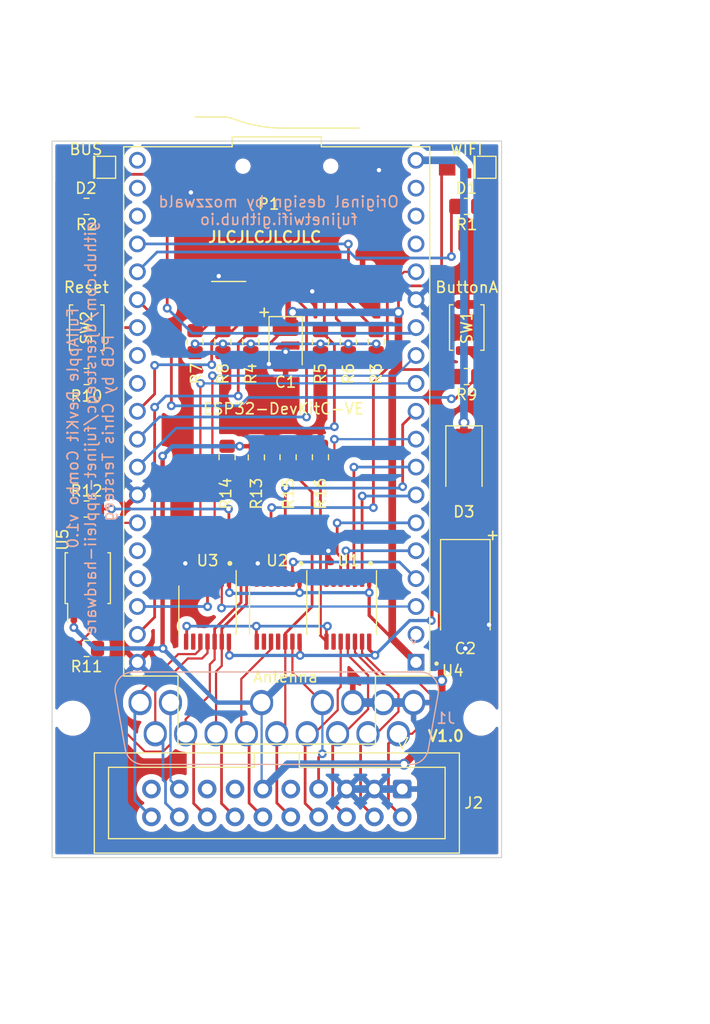
<source format=kicad_pcb>
(kicad_pcb (version 20221018) (generator pcbnew)
  (title_block (title "FujiApple DevKit Combo") (date "2024-02-08") (rev "1.0") (company "Chris Tersteeg"))
  (layers (0 "F.Cu" signal) (31 "B.Cu" signal) (34 "B.Paste" user) (35 "F.Paste" user) (36 "B.SilkS" user "B.Silkscreen") (37 "F.SilkS" user "F.Silkscreen") (38 "B.Mask" user) (39 "F.Mask" user) (44 "Edge.Cuts" user))
  (net 0 "")
  (net 1 "Net-(D1-K)")
  (net 2 "GND")
  (net 3 "Net-(D2-K)")
  (net 4 "Net-(P1-DAT2)")
  (net 5 "+5V")
  (net 6 "/IO5{slash}SPI_CS")
  (net 7 "/IO23{slash}SPI_MOSI")
  (net 8 "/IO12{slash}BUS_LED")
  (net 9 "/IO18{slash}SPI_CLK")
  (net 10 "/IO19{slash}SPI_MISO")
  (net 11 "+3.3V")
  (net 12 "Net-(P1-DAT1)")
  (net 13 "/A2_EN3.5")
  (net 14 "/DRIVE2")
  (net 15 "/A2_WPROT")
  (net 16 "/A2_PH0")
  (net 17 "/IO0")
  (net 18 "/A2_PH1")
  (net 19 "/A2_PH2")
  (net 20 "/A2_PH3")
  (net 21 "/A2_WREQ")
  (net 23 "/A2_HDSEL")
  (net 25 "/A2_DRIVE1")
  (net 33 "/A2_RD_DATA")
  (net 34 "/A2_WR_DATA")
  (net 35 "/IO15{slash}CD")
  (net 36 "/IO2{slash}WIFI_LED")
  (net 37 "/IO4{slash}SAFE_RESET")
  (net 38 "/IO21{slash}DRV2")
  (net 39 "/IO25{slash}BUF_EN")
  (net 40 "/IO32{slash}PH0{slash}REQ")
  (net 41 "/IO33{slash}PH1")
  (net 42 "/IO34{slash}PH2")
  (net 43 "/IO35{slash}PH3")
  (net 52 "/IO39{slash}EN3.5")
  (net 55 "/IO26{slash}WREQ")
  (net 56 "/IO13{slash}HDSEL")
  (net 57 "/IO36{slash}DRIVE1")
  (net 58 "/IO14{slash}RDDATA")
  (net 59 "/IO22{slash}WRDATA")
  (net 60 "/IO27{slash}WRPROT{slash}ACK")
  (net 61 "Net-(R11-Pad2)")
  (net 62 "/A2_5V")
  (footprint "Resistor_SMD:R_0805_2012Metric_Pad1.20x1.40mm_HandSolder" (layer "F.Cu") (at 137.43 109.22)
    (fp_text reference "R12")
    (fp_text value "10K")
  )
  (footprint "Diode_SMD:D_SMA" (layer "F.Cu") (at 171.831 105.156 -90)
    (fp_text reference "D3")
    (fp_text value "B140-E3")
  )
  (footprint "Capacitor_Tantalum_SMD:CP_EIA-3528-15_AVX-H_Pad1.50x2.35mm_HandSolder" (layer "F.Cu") (at 155.575 94.335 -90)
    (fp_text reference "C1")
    (fp_text value "47uF 10v")
  )
  (footprint "Resistor_SMD:R_0805_2012Metric_Pad1.20x1.40mm_HandSolder" (layer "F.Cu") (at 152.4 93.98 -90)
    (fp_text reference "R4")
    (fp_text value "10K")
  )
  (footprint "Resistor_SMD:R_0805_2012Metric_Pad1.20x1.40mm_HandSolder" (layer "F.Cu") (at 137.43 81.661 180)
    (fp_text reference "R2")
    (fp_text value "1K")
  )
  (footprint "Package_SO:TSSOP-14_4.4x5mm_P0.65mm" (layer "F.Cu") (at 148.455001 118.435001 -90)
    (fp_text reference "U3")
    (fp_text value "LSF0204PWR")
  )
  (footprint "Resistor_SMD:R_0805_2012Metric_Pad1.20x1.40mm_HandSolder" (layer "F.Cu") (at 137.43 121.92 180)
    (fp_text reference "R11")
    (fp_text value "270R")
  )
  (footprint "Package_SO:TSSOP-14_4.4x5mm_P0.65mm" (layer "F.Cu") (at 154.895001 118.435001 -90)
    (fp_text reference "U2")
    (fp_text value "LSF0204PWR")
  )
  (footprint "Resistor_SMD:R_0805_2012Metric_Pad1.20x1.40mm_HandSolder" (layer "F.Cu") (at 147.32 93.98 -90)
    (fp_text reference "R7")
    (fp_text value "10K")
  )
  (footprint "Resistor_SMD:R_0805_2012Metric_Pad1.20x1.40mm_HandSolder" (layer "F.Cu") (at 172.085 97.155 180)
    (fp_text reference "R9")
    (fp_text value "10K")
  )
  (footprint "Resistor_SMD:R_0805_2012Metric_Pad1.20x1.40mm_HandSolder" (layer "F.Cu") (at 158.75 93.98 -90)
    (fp_text reference "R5")
    (fp_text value "10K")
  )
  (footprint "Resistor_SMD:R_0805_2012Metric_Pad1.20x1.40mm_HandSolder" (layer "F.Cu") (at 137.43 97.155)
    (fp_text reference "R10")
    (fp_text value "10K")
  )
  (footprint "Resistor_SMD:R_0805_2012Metric_Pad1.20x1.40mm_HandSolder" (layer "F.Cu") (at 155.8 104.505 90)
    (fp_text reference "R15")
    (fp_text value "1K")
  )
  (footprint "Resistor_SMD:R_0805_2012Metric_Pad1.20x1.40mm_HandSolder" (layer "F.Cu") (at 149.86 93.98 -90)
    (fp_text reference "R8")
    (fp_text value "10K")
  )
  (footprint "Connector_IDC:IDC-Header_2x10_P2.54mm_Vertical" (layer "F.Cu") (at 166.203 134.7216 -90)
    (fp_text reference "J2")
    (fp_text value "Conn_02x10_Odd_Even")
  )
  (footprint "ESP32-DEVKITC-32U:MODULE_ESP32-DEVKITC-32U" (layer "F.Cu") (at 154.7622 100.33 180)
    (fp_text reference "U4")
    (fp_text value "ESP32-DevKitC-VE")
  )
  (footprint "Package_SO:TSSOP-14_4.4x5mm_P0.65mm" (layer "F.Cu") (at 161.245001 118.435001 -90)
    (fp_text reference "U1")
    (fp_text value "LSF0204PWR")
  )
  (footprint "Resistor_SMD:R_0805_2012Metric_Pad1.20x1.40mm_HandSolder" (layer "F.Cu") (at 158.75 104.505 90)
    (fp_text reference "R16")
    (fp_text value "10K")
  )
  (footprint "Capacitor_Tantalum_SMD:CP_EIA-7343-30_AVX-N_Pad2.25x2.55mm_HandSolder" (layer "F.Cu") (at 171.958 116.586 -90)
    (fp_text reference "C2")
    (fp_text value "220uF 10v")
  )
  (footprint "Resistor_SMD:R_0805_2012Metric_Pad1.20x1.40mm_HandSolder" (layer "F.Cu") (at 152.908 104.521 90)
    (fp_text reference "R13")
    (fp_text value "1K")
  )
  (footprint "Button_Switch_SMD:SW_Push_SPST_NO_Alps_SKRK" (layer "F.Cu") (at 137.4454 92.71 90)
    (fp_text reference "SW2")
    (fp_text value "Reset")
  )
  (footprint "Resistor_SMD:R_0805_2012Metric_Pad1.20x1.40mm_HandSolder" (layer "F.Cu") (at 161.29 93.98 -90)
    (fp_text reference "R6")
    (fp_text value "10K")
  )
  (footprint "Resistor_SMD:R_0805_2012Metric_Pad1.20x1.40mm_HandSolder" (layer "F.Cu") (at 172.085 81.661 180)
    (fp_text reference "R1")
    (fp_text value "1K")
  )
  (footprint "Resistor_SMD:R_0805_2012Metric_Pad1.20x1.40mm_HandSolder" (layer "F.Cu") (at 163.83 93.98 -90)
    (fp_text reference "R3")
    (fp_text value "10K")
  )
  (footprint "Button_Switch_SMD:SW_Push_SPST_NO_Alps_SKRK" (layer "F.Cu") (at 172.085 92.6906 90)
    (fp_text reference "SW1")
    (fp_text value "ButtonA")
  )
  (footprint "Package_SO:SO-4_4.4x3.9mm_P2.54mm" (layer "F.Cu") (at 137.541 115.518 90)
    (fp_text reference "U5")
    (fp_text value "SFH690AT")
  )
  (footprint "Tersteeg:1204 Side Emitting LED" (layer "F.Cu") (at 172.05 78.1)
    (fp_text reference "D1")
    (fp_text value "WIFI")
  )
  (footprint "ST-TF-003A:SUNTECH_ST-TF-003A" (layer "F.Cu") (at 156.0068 83.17 180)
    (fp_text reference "P1")
    (fp_text value "ST-TF-003A")
  )
  (footprint "Resistor_SMD:R_0805_2012Metric_Pad1.20x1.40mm_HandSolder" (layer "F.Cu") (at 150.241 104.505 90)
    (fp_text reference "R14")
    (fp_text value "1K")
  )
  (footprint "Tersteeg:1204 Side Emitting LED" (layer "F.Cu") (at 137.379 78.1)
    (fp_text reference "D2")
    (fp_text value "BUS")
  )
  (footprint "Tersteeg:DSUB-19_Male_Vertical_P2.77x2.84mm_Narrow_MountingHoles_Full_Pins" (layer "B.Cu") (at 167.238 126.85 180)
    (fp_text reference "J1")
    (fp_text value "DB19_Plug")
  )
  (gr_circle (center 163.322 114.173) (end 163.472 114.173) (stroke (width 0.15)) (fill solid) (layer "F.SilkS"))
  (gr_circle (center 156.972 114.173) (end 157.122 114.173) (stroke (width 0.15)) (fill solid) (layer "F.SilkS"))
  (gr_circle (center 150.495 114.173) (end 150.645 114.173) (stroke (width 0.15)) (fill solid) (layer "F.SilkS"))
  (gr_rect (start 134.286 75.7102) (end 175.26 140.97) (stroke (width 0.1)) (fill none) (layer "Edge.Cuts"))
  (gr_text "FujiApple DevKit Combo v1.0\ngithub.com/djtersteegc/fujinet-appleii-hardware\nPCB by Chris Tersteeg" (at 137.795 101.854 90) (layer "B.SilkS") (effects (font (size 1 1)) (justify mirror)))
  (gr_text "Original design by mozzwald\nfujinetwifi.github.io" (at 154.94 83.439) (layer "B.SilkS") (effects (font (size 1 1)) (justify bottom mirror)))
  (gr_text "+" (at 152.908 91.821) (layer "F.SilkS") (effects (font (size 1 1)) (justify left bottom)))
  (gr_text "JLCJLCJLCJLC" (at 153.67 84.455) (layer "F.SilkS") (effects (font (size 1 1) (thickness 0.2))))
  (gr_text "+" (at 173.736 112.141) (layer "F.SilkS") (effects (font (size 1 1)) (justify left bottom)))
  (gr_text "Antenna" (at 152.527 125.095) (layer "F.SilkS") (effects (font (size 1 1)) (justify left bottom)))
  (gr_text "V1.0" (at 170.18 129.8956) (layer "F.SilkS") (effects (font (size 1 1) (thickness 0.2))))
  (segment (start 173.085 81.661) (end 173.835 80.911) (width 0.25) (layer "F.Cu") (net 1))
  (segment (start 173.835 80.911) (end 173.835 78.135) (width 0.25) (layer "F.Cu") (net 1))
  (segment (start 159.295002 113.209498) (end 159.4745 113.03) (width 0.25) (layer "F.Cu") (net 2))
  (segment (start 152.945002 114.262998) (end 153.035 114.173) (width 0.25) (layer "F.Cu") (net 2))
  (segment (start 155.575 94.904) (end 155.575 95.96) (width 0.5) (layer "F.Cu") (net 2))
  (segment (start 146.505002 115.585002) (end 146.505002 114.247002) (width 0.25) (layer "F.Cu") (net 2))
  (segment (start 152.945002 115.585002) (end 152.945002 114.262998) (width 0.25) (layer "F.Cu") (net 2))
  (segment (start 146.505002 114.247002) (end 146.431 114.173) (width 0.25) (layer "F.Cu") (net 2))
  (segment (start 159.295002 115.585002) (end 159.295002 113.209498) (width 0.25) (layer "F.Cu") (net 2))
  (segment (start 154.051 96.012) (end 155.523 96.012) (width 0.5) (layer "F.Cu") (net 2))
  (segment (start 158.003 89.4) (end 158.003 88.7162) (width 0.5) (layer "F.Cu") (net 2))
  (via (at 153.035 114.173) (size 0.8) (drill 0.4) (layers "F.Cu" "B.Cu") (net 2))
  (via (at 164.084 78.359) (size 0.8) (drill 0.4) (layers "F.Cu" "B.Cu") (net 2))
  (via (at 159.4745 113.03) (size 0.8) (drill 0.4) (layers "F.Cu" "B.Cu") (net 2))
  (via (at 158.003 89.4) (size 0.8) (drill 0.4) (layers "F.Cu" "B.Cu") (net 2))
  (via (at 171.958 121.92) (size 0.8) (drill 0.4) (layers "F.Cu" "B.Cu") (net 2))
  (via (at 174.117 119.761) (size 0.8) (drill 0.4) (layers "F.Cu" "B.Cu") (net 2))
  (via (at 146.431 114.173) (size 0.8) (drill 0.4) (layers "F.Cu" "B.Cu") (net 2))
  (via (at 149.479 88.011) (size 0.8) (drill 0.4) (layers "F.Cu" "B.Cu") (net 2))
  (via (at 146.939 80.391) (size 0.8) (drill 0.4) (layers "F.Cu" "B.Cu") (net 2))
  (via (at 154.051 96.012) (size 0.8) (drill 0.4) (layers "F.Cu" "B.Cu") (net 2))
  (via (at 155.575 94.904) (size 0.8) (drill 0.4) (layers "F.Cu" "B.Cu") (net 2))
  (segment (start 161.123 134.7216) (end 166.203 134.7216) (width 0.7) (layer "B.Cu") (net 2))
  (segment (start 161.698 126.85) (end 167.238 126.85) (width 0.8) (layer "B.Cu") (net 2))
  (segment (start 139.164 80.927) (end 139.164 77.731502) (width 0.25) (layer "F.Cu") (net 3))
  (segment (start 138.43 81.661) (end 139.164 80.927) (width 0.25) (layer "F.Cu") (net 3))
  (segment (start 147.32 92.98) (end 147.939 92.98) (width 0.25) (layer "F.Cu") (net 4))
  (segment (start 152.219 88.7) (end 152.4868 88.7) (width 0.25) (layer "F.Cu") (net 4))
  (segment (start 147.939 92.98) (end 152.219 88.7) (width 0.25) (layer "F.Cu") (net 4))
  (segment (start 168.91 115.14434) (end 169.799 114.25534) (width 0.3) (layer "F.Cu") (net 5))
  (segment (start 171.831 101.346) (end 171.831 103.156) (width 0.7) (layer "F.Cu") (net 5))
  (segment (start 156.894501 122.555) (end 156.894501 121.334499) (width 0.3) (layer "F.Cu") (net 5))
  (segment (start 150.405002 122.505501) (end 150.454501 122.555) (width 0.3) (layer "F.Cu") (net 5))
  (segment (start 150.405002 121.285) (end 150.405002 122.505501) (width 0.3) (layer "F.Cu") (net 5))
  (segment (start 168.8495 119.38) (end 168.91 119.3195) (width 0.3) (layer "F.Cu") (net 5))
  (segment (start 163.195002 122.012884) (end 163.195002 121.285) (width 0.3) (layer "F.Cu") (net 5))
  (segment (start 163.720059 122.537941) (end 163.195002 122.012884) (width 0.3) (layer "F.Cu") (net 5))
  (segment (start 169.799 114.25534) (end 169.799 105.188) (width 0.3) (layer "F.Cu") (net 5))
  (segment (start 168.91 119.3195) (end 168.91 115.14434) (width 0.3) (layer "F.Cu") (net 5))
  (segment (start 169.799 105.188) (end 171.831 103.156) (width 0.3) (layer "F.Cu") (net 5))
  (via (at 163.720059 122.537941) (size 0.8) (drill 0.4) (layers "F.Cu" "B.Cu") (net 5))
  (via (at 171.831 101.346) (size 1) (drill 0.6) (layers "F.Cu" "B.Cu") (net 5))
  (via (at 150.454501 122.555) (size 0.8) (drill 0.4) (layers "F.Cu" "B.Cu") (net 5))
  (via (at 156.894501 122.555) (size 0.8) (drill 0.4) (layers "F.Cu" "B.Cu") (net 5))
  (via (at 168.8495 119.38) (size 0.8) (drill 0.4) (layers "F.Cu" "B.Cu") (net 5))
  (segment (start 171.831 78.105) (end 171.831 101.346) (width 0.7) (layer "B.Cu") (net 5))
  (segment (start 167.4622 77.46) (end 171.186 77.46) (width 0.7) (layer "B.Cu") (net 5))
  (segment (start 150.454501 122.555) (end 156.894501 122.555) (width 0.3) (layer "B.Cu") (net 5))
  (segment (start 156.894501 122.555) (end 163.703 122.555) (width 0.3) (layer "B.Cu") (net 5))
  (segment (start 171.186 77.46) (end 171.831 78.105) (width 0.7) (layer "B.Cu") (net 5))
  (segment (start 166.878 119.38) (end 163.720059 122.537941) (width 0.3) (layer "B.Cu") (net 5))
  (segment (start 163.703 122.555) (end 163.720059 122.537941) (width 0.3) (layer "B.Cu") (net 5))
  (segment (start 168.8495 119.38) (end 166.878 119.38) (width 0.3) (layer "B.Cu") (net 5))
  (segment (start 148.835 94.005) (end 148.835 96.077105) (width 0.25) (layer "F.Cu") (net 6))
  (segment (start 143.637 96.139) (end 143.637 98.7452) (width 0.25) (layer "F.Cu") (net 6))
  (segment (start 143.637 98.7452) (end 142.0622 100.32) (width 0.25) (layer "F.Cu") (net 6))
  (segment (start 148.835 96.077105) (end 148.840655 96.08276) (width 0.25) (layer "F.Cu") (net 6))
  (segment (start 153.5868 90.1162) (end 153.5868 88.7) (width 0.25) (layer "F.Cu") (net 6))
  (segment (start 149.86 92.98) (end 148.835 94.005) (width 0.25) (layer "F.Cu") (net 6))
  (segment (start 150.723 92.98) (end 153.5868 90.1162) (width 0.25) (layer "F.Cu") (net 6))
  (segment (start 149.86 92.98) (end 150.723 92.98) (width 0.25) (layer "F.Cu") (net 6))
  (via (at 143.637 96.139) (size 0.8) (drill 0.4) (layers "F.Cu" "B.Cu") (net 6))
  (via (at 148.840655 96.08276) (size 0.8) (drill 0.4) (layers "F.Cu" "B.Cu") (net 6))
  (segment (start 148.840655 96.08276) (end 143.69324 96.08276) (width 0.25) (layer "B.Cu") (net 6))
  (segment (start 143.69324 96.08276) (end 143.637 96.139) (width 0.25) (layer "B.Cu") (net 6))
  (segment (start 154.6868 90.6932) (end 154.6868 88.7) (width 0.25) (layer "F.Cu") (net 7))
  (segment (start 152.4 92.98) (end 154.6868 90.6932) (width 0.25) (layer "F.Cu") (net 7))
  (segment (start 152.4 92.98) (end 151.257 94.123) (width 0.25) (layer "F.Cu") (net 7))
  (segment (start 143.637 99.949) (end 143.637 119.0652) (width 0.25) (layer "F.Cu") (net 7))
  (segment (start 143.637 119.0652) (end 142.0622 120.64) (width 0.25) (layer "F.Cu") (net 7))
  (segment (start 151.257 94.123) (end 151.257 98.933) (width 0.25) (layer "F.Cu") (net 7))
  (via (at 143.637 99.949) (size 0.8) (drill 0.4) (layers "F.Cu" "B.Cu") (net 7))
  (via (at 151.257 98.933) (size 0.8) (drill 0.4) (layers "F.Cu" "B.Cu") (net 7))
  (segment (start 151.257 98.933) (end 144.653 98.933) (width 0.25) (layer "B.Cu") (net 7))
  (segment (start 144.653 98.933) (end 143.637 99.949) (width 0.25) (layer "B.Cu") (net 7))
  (segment (start 140.081 76.581) (end 137.119302 76.581) (width 0.25) (layer "F.Cu") (net 8))
  (segment (start 137.119302 76.581) (end 135.664 78.036302) (width 0.25) (layer "F.Cu") (net 8))
  (segment (start 144.78 90.932) (end 144.78 79.883) (width 0.25) (layer "F.Cu") (net 8))
  (segment (start 143.637 78.74) (end 141.2875 78.74) (width 0.25) (layer "F.Cu") (net 8))
  (segment (start 140.589 77.089) (end 140.081 76.581) (width 0.25) (layer "F.Cu") (net 8))
  (segment (start 144.78 79.883) (end 143.637 78.74) (width 0.25) (layer "F.Cu") (net 8))
  (segment (start 140.589 78.0415) (end 140.589 77.089) (width 0.25) (layer "F.Cu") (net 8))
  (segment (start 141.2875 78.74) (end 140.589 78.0415) (width 0.25) (layer "F.Cu") (net 8))
  (via (at 144.78 90.932) (size 0.8) (drill 0.4) (layers "F.Cu" "B.Cu") (net 8))
  (segment (start 167.4622 92.7) (end 166.9442 93.218) (width 0.25) (layer "B.Cu") (net 8))
  (segment (start 166.9442 93.218) (end 147.066 93.218) (width 0.25) (layer "B.Cu") (net 8))
  (segment (start 147.066 93.218) (end 144.78 90.932) (width 0.25) (layer "B.Cu") (net 8))
  (segment (start 156.8868 90.4338) (end 157.48 91.027) (width 0.25) (layer "F.Cu") (net 9))
  (segment (start 157.48 91.027) (end 157.48 100.838) (width 0.25) (layer "F.Cu") (net 9))
  (segment (start 156.8868 88.7) (end 156.8868 90.4338) (width 0.25) (layer "F.Cu") (net 9))
  (via (at 157.48 100.838) (size 0.8) (drill 0.4) (layers "F.Cu" "B.Cu") (net 9))
  (segment (start 157.48 100.838) (end 144.0842 100.838) (width 0.25) (layer "B.Cu") (net 9))
  (segment (start 144.0842 100.838) (end 142.0622 102.86) (width 0.25) (layer "B.Cu") (net 9))
  (segment (start 160.02 101.727) (end 160.02 94.25) (width 0.25) (layer "F.Cu") (net 10))
  (segment (start 159.103 92.627) (end 159.103 88.7162) (width 0.25) (layer "F.Cu") (net 10))
  (segment (start 160.02 94.25) (end 158.75 92.98) (width 0.25) (layer "F.Cu") (net 10))
  (via (at 160.02 101.727) (size 0.8) (drill 0.4) (layers "F.Cu" "B.Cu") (net 10))
  (segment (start 159.893 101.854) (end 145.6082 101.854) (width 0.25) (layer "B.Cu") (net 10))
  (segment (start 160.02 101.727) (end 159.893 101.854) (width 0.25) (layer "B.Cu") (net 10))
  (segment (start 145.6082 101.854) (end 142.0622 105.4) (width 0.25) (layer "B.Cu") (net 10))
  (segment (start 156.21 92.075) (end 155.575 92.71) (width 0.7) (layer "F.Cu") (net 11))
  (segment (start 165.862 96.331594) (end 166.050406 96.52) (width 0.25) (layer "F.Cu") (net 11))
  (segment (start 165.862 91.313) (end 165.862 89.662) (width 0.25) (layer "F.Cu") (net 11))
  (segment (start 156.845 116.84) (end 156.845002 116.839998) (width 0.3) (layer "F.Cu") (net 11))
  (segment (start 170.45 96.52) (end 171.085 97.155) (width 0.25) (layer "F.Cu") (net 11))
  (segment (start 163.83 94.1795) (end 163.83 94.98) (width 0.25) (layer "F.Cu") (net 11))
  (segment (start 163.195 118.9128) (end 163.195 116.84) (width 0.3) (layer "F.Cu") (net 11))
  (segment (start 166.050406 96.52) (end 170.45 96.52) (width 0.25) (layer "F.Cu") (net 11))
  (segment (start 163.195002 116.839998) (end 163.195 116.84) (width 0.3) (layer "F.Cu") (net 11))
  (segment (start 154.1055 94.1795) (end 155.575 92.71) (width 0.25) (layer "F.Cu") (net 11))
  (segment (start 150.405002 109.257002) (end 150.405002 115.585002) (width 0.25) (layer "F.Cu") (net 11))
  (segment (start 167.4622 123.18) (end 165.293 121.0108) (width 0.7) (layer "F.Cu") (net 11))
  (segment (start 166.624 88.9) (end 168.529 88.9) (width 0.25) (layer "F.Cu") (net 11))
  (segment (start 150.368 109.22) (end 150.405002 109.257002) (width 0.25) (layer "F.Cu") (net 11))
  (segment (start 149.86 94.1795) (end 149.86 94.98) (width 0.25) (layer "F.Cu") (net 11))
  (segment (start 138.43 109.22) (end 139.7 109.22) (width 0.25) (layer "F.Cu") (net 11))
  (segment (start 147.32 94.98) (end 147.32 94.1795) (width 0.25) (layer "F.Cu") (net 11))
  (segment (start 168.529 88.9) (end 169.795 87.634) (width 0.25) (layer "F.Cu") (net 11))
  (segment (start 155.803 88.7162) (end 155.803 92.482) (width 0.5) (layer "F.Cu") (net 11))
  (segment (start 156.21 91.313) (end 156.21 92.075) (width 0.7) (layer "F.Cu") (net 11))
  (segment (start 169.795 87.634) (end 169.795 78.605) (width 0.25) (layer "F.Cu") (net 11))
  (segment (start 152.4 94.1795) (end 154.1055 94.1795) (width 0.25) (layer "F.Cu") (net 11))
  (segment (start 156.845002 116.839998) (end 156.845002 115.585002) (width 0.3) (layer "F.Cu") (net 11))
  (segment (start 158.75 94.1795) (end 158.75 94.98) (width 0.25) (layer "F.Cu") (net 11))
  (segment (start 161.29 94.1795) (end 161.29 94.98) (width 0.25) (layer "F.Cu") (net 11))
  (segment (start 165.862 89.662) (end 166.624 88.9) (width 0.25) (layer "F.Cu") (net 11))
  (segment (start 150.454501 116.84) (end 150.454501 115.634501) (width 0.3) (layer "F.Cu") (net 11))
  (segment (start 138.43 109.22) (end 138.43 97.155) (width 0.25) (layer "F.Cu") (net 11))
  (segment (start 165.293 96.900594) (end 165.862 96.331594) (width 0.7) (layer "F.Cu") (net 11))
  (segment (start 165.862 96.331594) (end 165.862 91.313) (width 0.7) (layer "F.Cu") (net 11))
  (segment (start 163.195002 115.585002) (end 163.195002 116.839998) (width 0.3) (layer "F.Cu") (net 11))
  (segment (start 167.4622 123.18) (end 163.195 118.9128) (width 0.3) (layer "F.Cu") (net 11))
  (segment (start 165.293 121.0108) (end 165.293 96.900594) (width 0.7) (layer "F.Cu") (net 11))
  (segment (start 152.4 94.1795) (end 152.4 94.98) (width 0.25) (layer "F.Cu") (net 11))
  (via (at 161.29 94.1795) (size 0.8) (drill 0.4) (layers "F.Cu" "B.Cu") (net 11))
  (via (at 152.4 94.1795) (size 0.8) (drill 0.4) (layers "F.Cu" "B.Cu") (net 11))
  (via (at 163.83 94.1795) (size 0.8) (drill 0.4) (layers "F.Cu" "B.Cu") (net 11))
  (via (at 139.7 109.22) (size 0.8) (drill 0.4) (layers "F.Cu" "B.Cu") (net 11))
  (via (at 147.32 94.1795) (size 0.8) (drill 0.4) (layers "F.Cu" "B.Cu") (net 11))
  (via (at 165.862 91.313) (size 1) (drill 0.6) (layers "F.Cu" "B.Cu") (net 11))
  (via (at 163.195 116.84) (size 0.8) (drill 0.4) (layers "F.Cu" "B.Cu") (net 11))
  (via (at 156.845 116.84) (size 0.8) (drill 0.4) (layers "F.Cu" "B.Cu") (net 11))
  (via (at 150.454501 116.84) (size 0.8) (drill 0.4) (layers "F.Cu" "B.Cu") (net 11))
  (via (at 150.368 109.22) (size 0.8) (drill 0.4) (layers "F.Cu" "B.Cu") (net 11))
  (via (at 158.75 94.1795) (size 0.8) (drill 0.4) (layers "F.Cu" "B.Cu") (net 11))
  (via (at 156.21 91.313) (size 1) (drill 0.6) (layers "F.Cu" "B.Cu") (net 11))
  (via (at 149.86 94.1795) (size 0.8) (drill 0.4) (layers "F.Cu" "B.Cu") (net 11))
  (segment (start 139.7 109.22) (end 150.368 109.22) (width 0.25) (layer "B.Cu") (net 11))
  (segment (start 152.4 94.1795) (end 158.75 94.1795) (width 0.25) (layer "B.Cu") (net 11))
  (segment (start 158.75 94.1795) (end 161.29 94.1795) (width 0.25) (layer "B.Cu") (net 11))
  (segment (start 161.29 94.1795) (end 163.83 94.1795) (width 0.25) (layer "B.Cu") (net 11))
  (segment (start 147.32 94.1795) (end 149.86 94.1795) (width 0.25) (layer "B.Cu") (net 11))
  (segment (start 149.86 94.1795) (end 152.4 94.1795) (width 0.25) (layer "B.Cu") (net 11))
  (segment (start 156.778049 116.906951) (end 156.845 116.84) (width 0.3) (layer "B.Cu") (net 11))
  (segment (start 165.862 91.313) (end 156.21 91.313) (width 0.7) (layer "B.Cu") (net 11))
  (segment (start 150.454501 116.84) (end 150.521452 116.906951) (width 0.3) (layer "B.Cu") (net 11))
  (segment (start 150.521452 116.906951) (end 156.778049 116.906951) (width 0.3) (layer "B.Cu") (net 11))
  (segment (start 156.845 116.84) (end 163.195 116.84) (width 0.3) (layer "B.Cu") (net 11))
  (segment (start 160.1868 91.8768) (end 160.1868 88.7) (width 0.25) (layer "F.Cu") (net 12))
  (segment (start 161.29 92.98) (end 160.1868 91.8768) (width 0.25) (layer "F.Cu") (net 12))
  (segment (start 158.583 131.8507) (end 158.583 134.7216) (width 0.25) (layer "F.Cu") (net 13))
  (segment (start 158.9227 131.511) (end 158.583 131.8507) (width 0.25) (layer "F.Cu") (net 13))
  (segment (start 156.195001 124.117001) (end 156.195001 121.285) (width 0.2) (layer "F.Cu") (net 13))
  (segment (start 158.928 126.85) (end 156.195001 124.117001) (width 0.2) (layer "F.Cu") (net 13))
  (via (at 158.9227 131.511) (size 0.8) (drill 0.4) (layers "F.Cu" "B.Cu") (net 13))
  (segment (start 158.928 131.14) (end 158.928 126.85) (width 0.2) (layer "B.Cu") (net 13))
  (segment (start 158.9227 131.1453) (end 158.928 131.14) (width 0.2) (layer "B.Cu") (net 13))
  (segment (start 158.9227 131.511) (end 158.9227 131.1453) (width 0.2) (layer "B.Cu") (net 13))
  (segment (start 145.078 130.639) (end 144.399 131.318) (width 0.2) (layer "F.Cu") (net 14))
  (segment (start 138.43 127) (end 138.43 121.92) (width 0.2) (layer "F.Cu") (net 14))
  (segment (start 145.078 126.85) (end 145.078 130.639) (width 0.2) (layer "F.Cu") (net 14))
  (segment (start 142.748 131.318) (end 138.43 127) (width 0.2) (layer "F.Cu") (net 14))
  (segment (start 144.399 131.318) (end 142.748 131.318) (width 0.2) (layer "F.Cu") (net 14))
  (segment (start 145.883 134.7216) (end 145.0848 133.9234) (width 0.2) (layer "B.Cu") (net 14))
  (segment (start 145.0848 133.9234) (end 145.0848 126.8568) (width 0.2) (layer "B.Cu") (net 14))
  (segment (start 145.789 122.435) (end 147.351752 122.435) (width 0.2) (layer "F.Cu") (net 15))
  (segment (start 147.805002 121.98175) (end 147.805002 121.285) (width 0.2) (layer "F.Cu") (net 15))
  (segment (start 142.308 125.916) (end 145.789 122.435) (width 0.2) (layer "F.Cu") (net 15))
  (segment (start 147.351752 122.435) (end 147.805002 121.98175) (width 0.2) (layer "F.Cu") (net 15))
  (segment (start 143.343 137.2616) (end 141.8336 135.7522) (width 0.25) (layer "B.Cu") (net 15))
  (segment (start 141.8336 135.7522) (end 141.8336 127.3244) (width 0.25) (layer "B.Cu") (net 15))
  (segment (start 165.033874 124.841) (end 162.545001 122.352127) (width 0.2) (layer "F.Cu") (net 16))
  (segment (start 168.783 128.01) (end 168.783 126.111) (width 0.2) (layer "F.Cu") (net 16))
  (segment (start 167.513 124.841) (end 165.033874 124.841) (width 0.2) (layer "F.Cu") (net 16))
  (segment (start 167.103 129.69) (end 168.783 128.01) (width 0.2) (layer "F.Cu") (net 16))
  (segment (start 162.545001 122.352127) (end 162.545001 121.285) (width 0.2) (layer "F.Cu") (net 16))
  (segment (start 168.783 126.111) (end 167.513 124.841) (width 0.2) (layer "F.Cu") (net 16))
  (segment (start 164.9476 130.5954) (end 165.853 129.69) (width 0.25) (layer "F.Cu") (net 16))
  (segment (start 165.853 129.69) (end 167.103 129.69) (width 0.2) (layer "F.Cu") (net 16))
  (segment (start 166.203 137.2616) (end 164.9476 136.0062) (width 0.25) (layer "F.Cu") (net 16))
  (segment (start 164.9476 136.0062) (end 164.9476 130.5954) (width 0.25) (layer "F.Cu") (net 16))
  (segment (start 171.053 99.187) (end 173.085 97.155) (width 0.25) (layer "F.Cu") (net 17))
  (segment (start 145.161 99.822) (end 145.161 93.2588) (width 0.25) (layer "F.Cu") (net 17))
  (segment (start 173.085 95.7906) (end 172.085 94.7906) (width 0.25) (layer "F.Cu") (net 17))
  (segment (start 170.688 99.187) (end 171.053 99.187) (width 0.25) (layer "F.Cu") (net 17))
  (segment (start 145.161 93.2588) (end 142.0622 90.16) (width 0.25) (layer "F.Cu") (net 17))
  (segment (start 173.085 97.155) (end 173.085 95.7906) (width 0.25) (layer "F.Cu") (net 17))
  (via (at 170.688 99.187) (size 0.8) (drill 0.4) (layers "F.Cu" "B.Cu") (net 17))
  (via (at 145.161 99.822) (size 0.8) (drill 0.4) (layers "F.Cu" "B.Cu") (net 17))
  (segment (start 151.393305 99.822) (end 145.161 99.822) (width 0.25) (layer "B.Cu") (net 17))
  (segment (start 152.155305 99.06) (end 151.393305 99.822) (width 0.25) (layer "B.Cu") (net 17))
  (segment (start 170.561 99.06) (end 152.155305 99.06) (width 0.25) (layer "B.Cu") (net 17))
  (segment (start 170.688 99.187) (end 170.561 99.06) (width 0.25) (layer "B.Cu") (net 17))
  (segment (start 163.663 137.2616) (end 162.4076 136.0062) (width 0.25) (layer "F.Cu") (net 18))
  (segment (start 164.868188 125.241) (end 161.895002 122.267814) (width 0.2) (layer "F.Cu") (net 18))
  (segment (start 163.843812 129.69) (end 165.862 127.671812) (width 0.2) (layer "F.Cu") (net 18))
  (segment (start 165.862 127.671812) (end 165.862 126.111) (width 0.2) (layer "F.Cu") (net 18))
  (segment (start 162.4076 136.0062) (end 162.4076 130.3654) (width 0.25) (layer "F.Cu") (net 18))
  (segment (start 161.895002 122.267814) (end 161.895002 121.285) (width 0.2) (layer "F.Cu") (net 18))
  (segment (start 164.992 125.241) (end 164.868188 125.241) (width 0.2) (layer "F.Cu") (net 18))
  (segment (start 165.862 126.111) (end 164.992 125.241) (width 0.2) (layer "F.Cu") (net 18))
  (segment (start 161.245001 122.510001) (end 161.245001 121.285) (width 0.2) (layer "F.Cu") (net 19))
  (segment (start 161.123 137.2616) (end 159.8676 136.0062) (width 0.25) (layer "F.Cu") (net 19))
  (segment (start 163.0934 127.463788) (end 163.0934 124.3584) (width 0.2) (layer "F.Cu") (net 19))
  (segment (start 163.0934 124.3584) (end 161.245001 122.510001) (width 0.2) (layer "F.Cu") (net 19))
  (segment (start 159.8676 136.0062) (end 159.8676 130.1354) (width 0.25) (layer "F.Cu") (net 19))
  (segment (start 160.867188 129.69) (end 163.0934 127.463788) (width 0.2) (layer "F.Cu") (net 19))
  (segment (start 160.3248 127.5334) (end 160.3248 125.6792) (width 0.2) (layer "F.Cu") (net 20))
  (segment (start 160.3248 125.6792) (end 160.595002 125.408998) (width 0.2) (layer "F.Cu") (net 20))
  (segment (start 157.353 136.0316) (end 157.353 129.88) (width 0.25) (layer "F.Cu") (net 20))
  (segment (start 160.595002 125.408998) (end 160.595002 121.285) (width 0.2) (layer "F.Cu") (net 20))
  (segment (start 158.583 137.2616) (end 157.353 136.0316) (width 0.25) (layer "F.Cu") (net 20))
  (segment (start 158.1682 129.69) (end 160.3248 127.5334) (width 0.2) (layer "F.Cu") (net 20))
  (segment (start 155.8 105.505) (end 157.988 107.693) (width 0.25) (layer "F.Cu") (net 21))
  (segment (start 156.043 137.2616) (end 154.773 135.9916) (width 0.25) (layer "F.Cu") (net 21))
  (segment (start 157.988 107.693) (end 157.988 118.109894) (width 0.25) (layer "F.Cu") (net 21))
  (segment (start 154.773 129.69) (end 155.545002 128.917998) (width 0.2) (layer "F.Cu") (net 21))
  (segment (start 155.545002 120.552892) (end 155.545002 121.285) (width 0.25) (layer "F.Cu") (net 21))
  (segment (start 157.988 118.109894) (end 155.545002 120.552892) (width 0.25) (layer "F.Cu") (net 21))
  (segment (start 154.773 135.9916) (end 154.773 129.69) (width 0.25) (layer "F.Cu") (net 21))
  (segment (start 155.545002 128.917998) (end 155.545002 121.285) (width 0.2) (layer "F.Cu") (net 21))
  (segment (start 151.5364 129.2234) (end 151.5364 124.690352) (width 0.2) (layer "F.Cu") (net 23))
  (segment (start 151.5364 124.690352) (end 154.245002 121.98175) (width 0.2) (layer "F.Cu") (net 23))
  (segment (start 152.2476 136.0062) (end 152.2476 129.9346) (width 0.25) (layer "F.Cu") (net 23))
  (segment (start 153.503 137.2616) (end 152.2476 136.0062) (width 0.25) (layer "F.Cu") (net 23))
  (segment (start 154.245002 121.98175) (end 154.245002 121.285) (width 0.2) (layer "F.Cu") (net 23))
  (segment (start 149.233 129.69) (end 149.233 124.021498) (width 0.2) (layer "F.Cu") (net 25))
  (segment (start 152.019 117.856) (end 149.755001 120.119999) (width 0.25) (layer "F.Cu") (net 25))
  (segment (start 152.019 106.41) (end 152.019 117.856) (width 0.25) (layer "F.Cu") (net 25))
  (segment (start 149.733 136.0316) (end 149.733 130.19) (width 0.25) (layer "F.Cu") (net 25))
  (segment (start 150.963 137.2616) (end 149.733 136.0316) (width 0.25) (layer "F.Cu") (net 25))
  (segment (start 149.233 124.021498) (end 149.755001 123.499497) (width 0.2) (layer "F.Cu") (net 25))
  (segment (start 149.755001 123.499497) (end 149.755001 121.285) (width 0.2) (layer "F.Cu") (net 25))
  (segment (start 149.755001 120.119999) (end 149.755001 121.285) (width 0.25) (layer "F.Cu") (net 25))
  (segment (start 152.908 105.521) (end 152.019 106.41) (width 0.25) (layer "F.Cu") (net 25))
  (segment (start 149.105002 122.928998) (end 149.105002 121.285) (width 0.2) (layer "F.Cu") (net 33))
  (segment (start 148.423 137.2616) (end 147.193 136.0316) (width 0.25) (layer "F.Cu") (net 33))
  (segment (start 146.463 129.69) (end 146.463 128.365) (width 0.2) (layer "F.Cu") (net 33))
  (segment (start 151.511 117.727604) (end 149.105002 120.133602) (width 0.25) (layer "F.Cu") (net 33))
  (segment (start 147.193 130.42) (end 146.463 129.69) (width 0.25) (layer "F.Cu") (net 33))
  (segment (start 148.6662 126.1618) (end 148.6662 123.3678) (width 0.2) (layer "F.Cu") (net 33))
  (segment (start 149.105002 120.133602) (end 149.105002 121.285) (width 0.25) (layer "F.Cu") (net 33))
  (segment (start 146.463 128.365) (end 148.6662 126.1618) (width 0.2) (layer "F.Cu") (net 33))
  (segment (start 147.193 136.0316) (end 147.193 130.42) (width 0.25) (layer "F.Cu") (net 33))
  (segment (start 150.241 105.505) (end 151.511 106.775) (width 0.25) (layer "F.Cu") (net 33))
  (segment (start 148.6662 123.3678) (end 149.105002 122.928998) (width 0.2) (layer "F.Cu") (net 33))
  (segment (start 151.511 106.775) (end 151.511 117.727604) (width 0.25) (layer "F.Cu") (net 33))
  (segment (start 143.693 125.801) (end 146.659 122.835) (width 0.2) (layer "F.Cu") (net 34))
  (segment (start 147.955001 122.835) (end 148.455001 122.335) (width 0.2) (layer "F.Cu") (net 34))
  (segment (start 146.659 122.835) (end 147.955001 122.835) (width 0.2) (layer "F.Cu") (net 34))
  (segment (start 148.455001 122.335) (end 148.455001 121.285) (width 0.2) (layer "F.Cu") (net 34))
  (segment (start 143.693 129.69) (end 143.693 125.801) (width 0.2) (layer "F.Cu") (net 34))
  (segment (start 144.399 133.873996) (end 144.399 130.396) (width 0.25) (layer "B.Cu") (net 34))
  (segment (start 145.883 137.2616) (end 144.6276 136.0062) (width 0.25) (layer "B.Cu") (net 34))
  (segment (start 144.6276 134.102596) (end 144.399 133.873996) (width 0.25) (layer "B.Cu") (net 34))
  (segment (start 144.399 130.396) (end 143.693 129.69) (width 0.25) (layer "B.Cu") (net 34))
  (segment (start 144.6276 136.0062) (end 144.6276 134.102596) (width 0.25) (layer "B.Cu") (net 34))
  (segment (start 161.29 85.09) (end 161.303 85.103) (width 0.25) (layer "F.Cu") (net 35))
  (segment (start 161.2868 88.7) (end 161.2868 90.4368) (width 0.25) (layer "F.Cu") (net 35))
  (segment (start 161.2868 90.4368) (end 163.83 92.98) (width 0.25) (layer "F.Cu") (net 35))
  (segment (start 161.303 85.103) (end 161.303 88.6838) (width 0.25) (layer "F.Cu") (net 35))
  (via (at 161.29 85.09) (size 0.8) (drill 0.4) (layers "F.Cu" "B.Cu") (net 35))
  (segment (start 142.0622 85.08) (end 161.28 85.08) (width 0.25) (layer "B.Cu") (net 35))
  (segment (start 161.28 85.08) (end 161.29 85.09) (width 0.25) (layer "B.Cu") (net 35))
  (segment (start 170.688 86.233) (end 170.688 82.058) (width 0.25) (layer "F.Cu") (net 36))
  (via (at 170.688 86.233) (size 0.8) (drill 0.4) (layers "F.Cu" "B.Cu") (net 36))
  (segment (start 143.8672 85.815) (end 161.417 85.815) (width 0.25) (layer "B.Cu") (net 36))
  (segment (start 142.0622 87.62) (end 143.8672 85.815) (width 0.25) (layer "B.Cu") (net 36))
  (segment (start 161.417 85.815) (end 161.962 86.36) (width 0.25) (layer "B.Cu") (net 36))
  (segment (start 161.962 86.36) (end 170.561 86.36) (width 0.25) (layer "B.Cu") (net 36))
  (segment (start 170.561 86.36) (end 170.688 86.233) (width 0.25) (layer "B.Cu") (net 36))
  (segment (start 137.4454 94.81) (end 139.5554 92.7) (width 0.25) (layer "F.Cu") (net 37))
  (segment (start 136.43 95.8254) (end 137.4454 94.81) (width 0.25) (layer "F.Cu") (net 37))
  (segment (start 139.5554 92.7) (end 142.0622 92.7) (width 0.25) (layer "F.Cu") (net 37))
  (segment (start 136.43 97.155) (end 136.43 95.8254) (width 0.25) (layer "F.Cu") (net 37))
  (segment (start 136.43 109.22) (end 136.43 112.209) (width 0.2) (layer "F.Cu") (net 38))
  (segment (start 138.159 110.48) (end 142.0622 110.48) (width 0.2) (layer "F.Cu") (net 38))
  (segment (start 136.271 112.368) (end 138.159 110.48) (width 0.2) (layer "F.Cu") (net 38))
  (segment (start 160.02 102.87) (end 160.02 104.235) (width 0.2) (layer "F.Cu") (net 39))
  (segment (start 159.295002 121.285) (end 158.75 120.739998) (width 0.25) (layer "F.Cu") (net 39))
  (segment (start 152.908 119.888) (end 152.908 121.247998) (width 0.25) (layer "F.Cu") (net 39))
  (segment (start 160.02 104.235) (end 158.75 105.505) (width 0.2) (layer "F.Cu") (net 39))
  (segment (start 146.558 119.888) (end 146.558 121.232002) (width 0.25) (layer "F.Cu") (net 39))
  (segment (start 159.295002 119.977998) (end 159.385 119.888) (width 0.25) (layer "F.Cu") (net 39))
  (segment (start 159.295002 121.285) (end 159.295002 119.977998) (width 0.25) (layer "F.Cu") (net 39))
  (segment (start 158.75 120.739998) (end 158.75 105.505) (width 0.25) (layer "F.Cu") (net 39))
  (via (at 152.908 119.888) (size 0.8) (drill 0.4) (layers "F.Cu" "B.Cu") (net 39))
  (via (at 146.558 119.888) (size 0.8) (drill 0.4) (layers "F.Cu" "B.Cu") (net 39))
  (via (at 160.02 102.87) (size 0.8) (drill 0.4) (layers "F.Cu" "B.Cu") (net 39))
  (via (at 159.385 119.888) (size 0.8) (drill 0.4) (layers "F.Cu" "B.Cu") (net 39))
  (segment (start 152.908 119.888) (end 146.558 119.888) (width 0.25) (layer "B.Cu") (net 39))
  (segment (start 159.385 119.888) (end 152.908 119.888) (width 0.25) (layer "B.Cu") (net 39))
  (segment (start 160.03 102.86) (end 160.02 102.87) (width 0.2) (layer "B.Cu") (net 39))
  (segment (start 167.4622 102.86) (end 160.03 102.86) (width 0.2) (layer "B.Cu") (net 39))
  (segment (start 162.545001 115.585002) (end 162.545001 108.054499) (width 0.25) (layer "F.Cu") (net 40))
  (segment (start 162.545001 108.054499) (end 162.56 108.0395) (width 0.25) (layer "F.Cu") (net 40))
  (via (at 162.56 108.0395) (size 0.8) (drill 0.4) (layers "F.Cu" "B.Cu") (net 40))
  (segment (start 162.56 108.0395) (end 167.3627 108.0395) (width 0.25) (layer "B.Cu") (net 40))
  (segment (start 161.895002 115.585002) (end 161.798 115.488) (width 0.25) (layer "F.Cu") (net 41))
  (segment (start 161.798 115.488) (end 161.798 105.41) (width 0.25) (layer "F.Cu") (net 41))
  (via (at 161.798 105.41) (size 0.8) (drill 0.4) (layers "F.Cu" "B.Cu") (net 41))
  (segment (start 161.808 105.4) (end 167.4622 105.4) (width 0.25) (layer "B.Cu") (net 41))
  (segment (start 161.798 105.41) (end 161.808 105.4) (width 0.25) (layer "B.Cu") (net 41))
  (segment (start 161.245001 113.201501) (end 161.0735 113.03) (width 0.25) (layer "F.Cu") (net 42))
  (segment (start 161.245001 115.585002) (end 161.245001 113.201501) (width 0.25) (layer "F.Cu") (net 42))
  (via (at 161.0735 113.03) (size 0.8) (drill 0.4) (layers "F.Cu" "B.Cu") (net 42))
  (segment (start 161.0735 113.03) (end 161.0835 113.02) (width 0.25) (layer "B.Cu") (net 42))
  (segment (start 161.0835 113.02) (end 167.4622 113.02) (width 0.25) (layer "B.Cu") (net 42))
  (segment (start 160.274 113.255805) (end 160.274 110.49) (width 0.25) (layer "F.Cu") (net 43))
  (segment (start 160.595002 113.576807) (end 160.274 113.255805) (width 0.25) (layer "F.Cu") (net 43))
  (segment (start 160.595002 115.585002) (end 160.595002 113.576807) (width 0.25) (layer "F.Cu") (net 43))
  (via (at 160.274 110.49) (size 0.8) (drill 0.4) (layers "F.Cu" "B.Cu") (net 43))
  (segment (start 160.284 110.48) (end 167.4622 110.48) (width 0.25) (layer "B.Cu") (net 43))
  (segment (start 160.274 110.49) (end 160.284 110.48) (width 0.25) (layer "B.Cu") (net 43))
  (segment (start 156.195001 115.585002) (end 156.195001 114.120501) (width 0.25) (layer "F.Cu") (net 52))
  (segment (start 156.195001 114.120501) (end 156.269502 114.046) (width 0.25) (layer "F.Cu") (net 52))
  (via (at 156.269502 114.046) (size 0.8) (drill 0.4) (layers "F.Cu" "B.Cu") (net 52))
  (segment (start 156.269502 114.046) (end 165.9482 114.046) (width 0.25) (layer "B.Cu") (net 52))
  (segment (start 165.9482 114.046) (end 167.4622 115.56) (width 0.25) (layer "B.Cu") (net 52))
  (segment (start 155.545002 115.585002) (end 155.545002 107.344998) (width 0.25) (layer "F.Cu") (net 55))
  (segment (start 166.243 101.5392) (end 167.4622 100.32) (width 0.25) (layer "F.Cu") (net 55))
  (segment (start 166.243 107.188) (end 166.243 101.5392) (width 0.25) (layer "F.Cu") (net 55))
  (segment (start 155.545002 107.344998) (end 155.575 107.315) (width 0.25) (layer "F.Cu") (net 55))
  (via (at 155.575 107.315) (size 0.8) (drill 0.4) (layers "F.Cu" "B.Cu") (net 55))
  (via (at 166.243 107.188) (size 0.8) (drill 0.4) (layers "F.Cu" "B.Cu") (net 55))
  (segment (start 155.575 107.315) (end 166.116 107.315) (width 0.25) (layer "B.Cu") (net 55))
  (segment (start 166.116 107.315) (end 166.243 107.188) (width 0.25) (layer "B.Cu") (net 55))
  (segment (start 164.846 89.154) (end 164.846 90.2362) (width 0.2) (layer "F.Cu") (net 56))
  (segment (start 154.305 109.093) (end 154.245002 109.152998) (width 0.2) (layer "F.Cu") (net 56))
  (segment (start 163.576 109.093) (end 163.576 97.663) (width 0.25) (layer "F.Cu") (net 56))
  (segment (start 154.245002 109.152998) (end 154.245002 115.585002) (width 0.25) (layer "F.Cu") (net 56))
  (segment (start 166.38 87.62) (end 164.846 89.154) (width 0.2) (layer "F.Cu") (net 56))
  (segment (start 164.846 92.3759) (end 164.846 90.2362) (width 0.25) (layer "F.Cu") (net 56))
  (segment (start 164.855 92.3849) (end 164.846 92.3759) (width 0.25) (layer "F.Cu") (net 56))
  (segment (start 167.4622 87.62) (end 166.38 87.62) (width 0.2) (layer "F.Cu") (net 56))
  (segment (start 164.855 96.384) (end 164.855 92.3849) (width 0.25) (layer "F.Cu") (net 56))
  (segment (start 163.576 97.663) (end 164.855 96.384) (width 0.25) (layer "F.Cu") (net 56))
  (via (at 154.305 109.093) (size 0.8) (drill 0.4) (layers "F.Cu" "B.Cu") (net 56))
  (via (at 163.576 109.093) (size 0.8) (drill 0.4) (layers "F.Cu" "B.Cu") (net 56))
  (segment (start 163.576 109.093) (end 154.305 109.093) (width 0.25) (layer "B.Cu") (net 56))
  (segment (start 149.733 118.237) (end 149.755001 118.214999) (width 0.2) (layer "F.Cu") (net 57))
  (segment (start 149.755001 118.214999) (end 149.755001 115.585002) (width 0.2) (layer "F.Cu") (net 57))
  (via (at 149.733 118.237) (size 0.8) (drill 0.4) (layers "F.Cu" "B.Cu") (net 57))
  (segment (start 149.733 118.237) (end 149.87 118.1) (width 0.2) (layer "B.Cu") (net 57))
  (segment (start 149.87 118.1) (end 167.4622 118.1) (width 0.2) (layer "B.Cu") (net 57))
  (segment (start 148.971 97.155) (end 148.9 97.084) (width 0.2) (layer "F.Cu") (net 58))
  (segment (start 149.105002 115.585002) (end 149.105002 106.294746) (width 0.2) (layer "F.Cu") (net 58))
  (segment (start 149.105002 106.294746) (end 148.9 106.089744) (width 0.2) (layer "F.Cu") (net 58))
  (segment (start 148.9 106.089744) (end 148.9 97.226) (width 0.2) (layer "F.Cu") (net 58))
  (segment (start 148.9 97.084) (end 148.9 97.0805) (width 0.2) (layer "F.Cu") (net 58))
  (segment (start 148.9 97.226) (end 148.971 97.155) (width 0.2) (layer "F.Cu") (net 58))
  (via (at 148.9 97.0805) (size 0.8) (drill 0.4) (layers "F.Cu" "B.Cu") (net 58))
  (segment (start 148.9 97.0805) (end 165.6217 97.0805) (width 0.2) (layer "B.Cu") (net 58))
  (segment (start 165.6217 97.0805) (end 167.4622 95.24) (width 0.2) (layer "B.Cu") (net 58))
  (segment (start 148.455001 115.585002) (end 148.455001 118.102001) (width 0.25) (layer "F.Cu") (net 59))
  (segment (start 148.455001 118.102001) (end 148.463 118.11) (width 0.25) (layer "F.Cu") (net 59))
  (via (at 148.463 118.11) (size 0.8) (drill 0.4) (layers "F.Cu" "B.Cu") (net 59))
  (segment (start 148.453 118.1) (end 148.463 118.11) (width 0.25) (layer "B.Cu") (net 59))
  (segment (start 142.0622 118.1) (end 148.453 118.1) (width 0.25) (layer "B.Cu") (net 59))
  (segment (start 147.805002 97.812998) (end 147.828 97.79) (width 0.2) (layer "F.Cu") (net 60))
  (segment (start 147.805002 115.585002) (end 147.805002 97.812998) (width 0.2) (layer "F.Cu") (net 60))
  (via (at 147.828 97.79) (size 0.8) (drill 0.4) (layers "F.Cu" "B.Cu") (net 60))
  (segment (start 147.828 97.79) (end 147.838 97.78) (width 0.2) (layer "B.Cu") (net 60))
  (segment (start 147.838 97.78) (end 167.4622 97.78) (width 0.2) (layer "B.Cu") (net 60))
  (segment (start 136.43 121.761) (end 138.811 119.38) (width 0.2) (layer "F.Cu") (net 61))
  (segment (start 171.958 113.386) (end 171.958 107.283) (width 0.7) (layer "F.Cu") (net 62))
  (segment (start 169.799 115.316) (end 171.729 113.386) (width 0.7) (layer "F.Cu") (net 62))
  (segment (start 136.271 120.015) (end 136.271 118.668) (width 0.4) (layer "F.Cu") (net 62))
  (segment (start 150.241 103.505) (end 151.384 103.505) (width 0.4) (layer "F.Cu") (net 62))
  (segment (start 144.399 121.92) (end 144.3615 121.8825) (width 0.4) (layer "F.Cu") (net 62))
  (segment (start 166.37 132.461) (end 169.799 129.032) (width 0.7) (layer "F.Cu") (net 62))
  (segment (start 169.799 124.841) (end 169.799 115.316) (width 0.7) (layer "F.Cu") (net 62))
  (segment (start 169.799 129.032) (end 169.799 124.841) (width 0.7) (layer "F.Cu") (net 62))
  (segment (start 151.384 103.505) (end 155.8 103.505) (width 0.4) (layer "F.Cu") (net 62))
  (segment (start 144.3615 121.8825) (end 144.3615 104.394) (width 0.4) (layer "F.Cu") (net 62))
  (via (at 151.384 103.505) (size 0.8) (drill 0.4) (layers "F.Cu" "B.Cu") (net 62))
  (via (at 144.3615 104.394) (size 0.8) (drill 0.4) (layers "F.Cu" "B.Cu") (net 62))
  (via (at 169.799 124.841) (size 1) (drill 0.6) (layers "F.Cu" "B.Cu") (net 62))
  (via (at 136.271 120.015) (size 0.8) (drill 0.4) (layers "F.Cu" "B.Cu") (net 62))
  (via (at 166.37 132.461) (size 1) (drill 0.6) (layers "F.Cu" "B.Cu") (net 62))
  (via (at 144.399 121.92) (size 0.8) (drill 0.4) (layers "F.Cu" "B.Cu") (net 62))
  (segment (start 144.399 121.92) (end 138.176 121.92) (width 0.4) (layer "B.Cu") (net 62))
  (segment (start 153.503 134.7216) (end 153.388 134.6066) (width 0.2) (layer "B.Cu") (net 62))
  (segment (start 153.388 134.6066) (end 153.388 126.85) (width 0.2) (layer "B.Cu") (net 62))
  (segment (start 155.7636 132.461) (end 166.37 132.461) (width 0.7) (layer "B.Cu") (net 62))
  (segment (start 153.503 134.7216) (end 155.7636 132.461) (width 0.7) (layer "B.Cu") (net 62))
  (segment (start 155.397 124.841) (end 169.799 124.841) (width 0.7) (layer "B.Cu") (net 62))
  (segment (start 153.388 126.85) (end 155.397 124.841) (width 0.7) (layer "B.Cu") (net 62))
  (segment (start 138.176 121.92) (end 136.271 120.015) (width 0.4) (layer "B.Cu") (net 62))
  (segment (start 153.388 126.85) (end 149.329 126.85) (width 0.4) (layer "B.Cu") (net 62))
  (segment (start 145.2505 103.505) (end 144.3615 104.394) (width 0.4) (layer "B.Cu") (net 62))
  (segment (start 149.329 126.85) (end 144.399 121.92) (width 0.4) (layer "B.Cu") (net 62))
  (segment (start 151.384 103.505) (end 145.2505 103.505) (width 0.4) (layer "B.Cu") (net 62))
  (zone (net 2) (net_name "GND") (layers "F&B.Cu") (connect_pads (clearance 0.508)) (min_thickness 0.254) (fill yes (thermal_gap 0.508) (thermal_bridge_width 0.508))
    (polygon (pts (xy 184.15 144.78) (xy 129.54 144.78) (xy 130.175 62.865) (xy 184.785 62.865)))
  )
)
</source>
